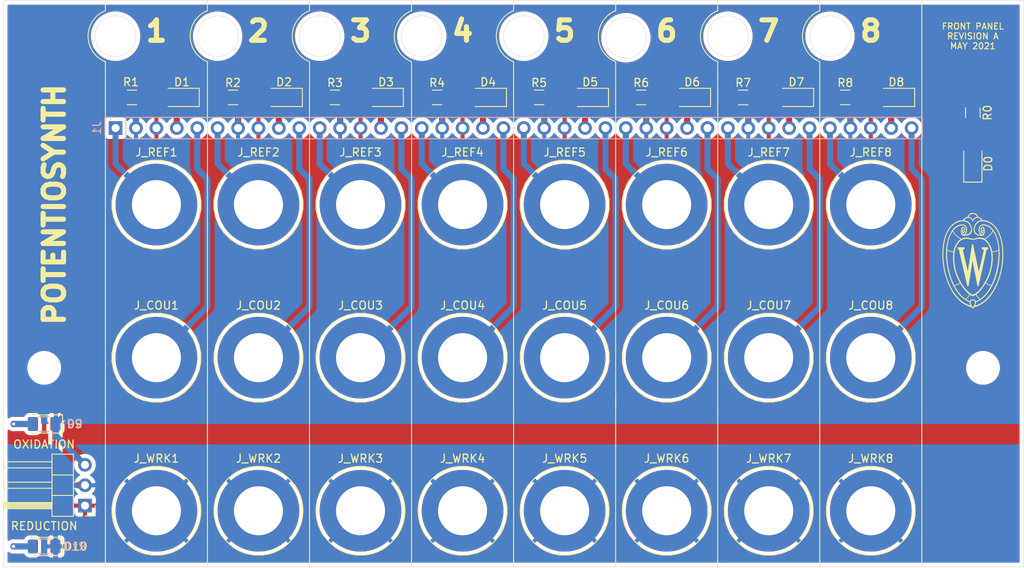
<source format=kicad_pcb>
(kicad_pcb (version 20171130) (host pcbnew 5.1.8+dfsg1-1+b1)
  (title_block (title "potentiosynth front panel") (date 2021-05-11) (rev A) (company "University of Wisconsin-Madison") (comment 1 "Wickens Group") (comment 2 "Department of Chemistry") (comment 3 "Blaise Thompson") (comment 4 blaise.thompson@wisc.edu))
  (layers (0 F.Cu signal) (31 B.Cu signal) (34 B.Paste user) (35 F.Paste user) (36 B.SilkS user) (37 F.SilkS user) (38 B.Mask user) (39 F.Mask user) (44 Edge.Cuts user))
  (net 0 "")
  (net 1 "Net-(D1-Pad2)")
  (net 2 "Net-(D1-Pad1)")
  (net 3 "Net-(D2-Pad2)")
  (net 4 "Net-(D2-Pad1)")
  (net 5 "Net-(D3-Pad2)")
  (net 6 "Net-(D3-Pad1)")
  (net 7 "Net-(D4-Pad2)")
  (net 8 "Net-(D4-Pad1)")
  (net 9 "Net-(D5-Pad2)")
  (net 10 "Net-(D5-Pad1)")
  (net 11 "Net-(D6-Pad2)")
  (net 12 "Net-(D6-Pad1)")
  (net 13 "Net-(D7-Pad2)")
  (net 14 "Net-(D7-Pad1)")
  (net 15 "Net-(D8-Pad2)")
  (net 16 "Net-(D8-Pad1)")
  (net 17 "Net-(J1-Pad40)")
  (net 18 GND)
  (net 19 +15V)
  (net 20 "Net-(J1-Pad36)")
  (net 21 "Net-(J1-Pad35)")
  (net 22 "Net-(J1-Pad31)")
  (net 23 "Net-(J1-Pad26)")
  (net 24 "Net-(J1-Pad25)")
  (net 25 "Net-(J1-Pad21)")
  (net 26 "Net-(J1-Pad20)")
  (net 27 "Net-(J1-Pad16)")
  (net 28 "Net-(J1-Pad15)")
  (net 29 "Net-(J1-Pad11)")
  (net 30 "Net-(J1-Pad10)")
  (net 31 "Net-(J1-Pad6)")
  (net 32 "Net-(J1-Pad5)")
  (net 33 "Net-(J1-Pad1)")
  (net 34 "Net-(D0-Pad2)")
  (net 35 "Net-(J1-Pad30)")
  (net 36 "Net-(D9-Pad2)")
  (net 37 "Net-(D10-Pad2)")
  (net 38 WORKING)
  (module Connector_PinHeader_2.54mm:PinHeader_1x03_P2.54mm_Horizontal (layer F.Cu) (at 60.96 123.19 180)
    (fp_text reference SW1 hide)
    (fp_text value SW_SPDT)
    (pad 3 thru_hole oval (at 0 5.08 180) (size 1.7 1.7) (drill 1) (layers *.Cu *.Mask) (net 19 +15V))
    (pad 2 thru_hole oval (at 0 2.54 180) (size 1.7 1.7) (drill 1) (layers *.Cu *.Mask) (net 38 WORKING))
    (pad 1 thru_hole rect (at 0 0 180) (size 1.7 1.7) (drill 1) (layers *.Cu *.Mask) (net 18 GND))
  )
  (module Resistor_SMD:R_1206_3216Metric (layer B.Cu) (at 55.88 128.27 180)
    (fp_text reference R10 (at -3.81 0) (layer B.SilkS) (effects (justify mirror)))
    (fp_text value 1k)
    (pad 2 smd roundrect (at 1.4625 0 180) (size 1.125 1.75) (layers B.Cu B.Paste B.Mask) (roundrect_rratio 0.2222204444444444) (net 37 "Net-(D10-Pad2)"))
    (pad 1 smd roundrect (at -1.4625 0 180) (size 1.125 1.75) (layers B.Cu B.Paste B.Mask) (roundrect_rratio 0.2222204444444444) (net 38 WORKING))
  )
  (module Resistor_SMD:R_1206_3216Metric (layer B.Cu) (at 55.88 113.03 180)
    (fp_text reference R9 (at -3.81 0) (layer B.SilkS) (effects (justify mirror)))
    (fp_text value 1k)
    (pad 2 smd roundrect (at 1.4625 0 180) (size 1.125 1.75) (layers B.Cu B.Paste B.Mask) (roundrect_rratio 0.2222204444444444) (net 36 "Net-(D9-Pad2)"))
    (pad 1 smd roundrect (at -1.4625 0 180) (size 1.125 1.75) (layers B.Cu B.Paste B.Mask) (roundrect_rratio 0.2222204444444444) (net 19 +15V))
  )
  (module Connector:Banana_Jack_1Pin (layer F.Cu) (at 158.75 123.825)
    (fp_text reference J_WRK8 (at 0 -6.5) (layer F.SilkS))
    (fp_text value Conn_01x01)
    (pad 1 thru_hole circle (at 0 0) (size 10.16 10.16) (drill 6.1) (layers *.Cu *.Mask) (net 38 WORKING))
  )
  (module Connector:Banana_Jack_1Pin (layer F.Cu) (at 146.05 123.825)
    (fp_text reference J_WRK7 (at 0 -6.5) (layer F.SilkS))
    (fp_text value Conn_01x01)
    (pad 1 thru_hole circle (at 0 0) (size 10.16 10.16) (drill 6.1) (layers *.Cu *.Mask) (net 38 WORKING))
  )
  (module Connector:Banana_Jack_1Pin (layer F.Cu) (at 133.35 123.825)
    (fp_text reference J_WRK6 (at 0 -6.5) (layer F.SilkS))
    (fp_text value Conn_01x01)
    (pad 1 thru_hole circle (at 0 0) (size 10.16 10.16) (drill 6.1) (layers *.Cu *.Mask) (net 38 WORKING))
  )
  (module Connector:Banana_Jack_1Pin (layer F.Cu) (at 120.65 123.825)
    (fp_text reference J_WRK5 (at 0 -6.5) (layer F.SilkS))
    (fp_text value Conn_01x01)
    (pad 1 thru_hole circle (at 0 0) (size 10.16 10.16) (drill 6.1) (layers *.Cu *.Mask) (net 38 WORKING))
  )
  (module Connector:Banana_Jack_1Pin (layer F.Cu) (at 107.95 123.825)
    (fp_text reference J_WRK4 (at 0 -6.5) (layer F.SilkS))
    (fp_text value Conn_01x01)
    (pad 1 thru_hole circle (at 0 0) (size 10.16 10.16) (drill 6.1) (layers *.Cu *.Mask) (net 38 WORKING))
  )
  (module Connector:Banana_Jack_1Pin (layer F.Cu) (at 95.25 123.825)
    (fp_text reference J_WRK3 (at 0 -6.5) (layer F.SilkS))
    (fp_text value Conn_01x01)
    (pad 1 thru_hole circle (at 0 0) (size 10.16 10.16) (drill 6.1) (layers *.Cu *.Mask) (net 38 WORKING))
  )
  (module Connector:Banana_Jack_1Pin (layer F.Cu) (at 82.55 123.825)
    (fp_text reference J_WRK2 (at 0 -6.5) (layer F.SilkS))
    (fp_text value Conn_01x01)
    (pad 1 thru_hole circle (at 0 0) (size 10.16 10.16) (drill 6.1) (layers *.Cu *.Mask) (net 38 WORKING))
  )
  (module Connector:Banana_Jack_1Pin (layer F.Cu) (at 69.85 123.825)
    (fp_text reference J_WRK1 (at 0 -6.5) (layer F.SilkS))
    (fp_text value Conn_01x01)
    (pad 1 thru_hole circle (at 0 0) (size 10.16 10.16) (drill 6.1) (layers *.Cu *.Mask) (net 38 WORKING))
  )
  (module Diode_SMD:D_1206_3216Metric (layer F.Cu) (at 55.88 128.27 180)
    (fp_text reference D10 (at -3.94 0) (layer F.SilkS))
    (fp_text value LED)
    (pad 2 smd roundrect (at 1.4 0 180) (size 1.25 1.75) (layers F.Cu F.Paste F.Mask) (roundrect_rratio 0.2) (net 37 "Net-(D10-Pad2)"))
    (pad 1 smd roundrect (at -1.4 0 180) (size 1.25 1.75) (layers F.Cu F.Paste F.Mask) (roundrect_rratio 0.2) (net 18 GND))
  )
  (module Diode_SMD:D_1206_3216Metric (layer F.Cu) (at 55.88 113.03 180)
    (fp_text reference D9 (at -3.81 0) (layer F.SilkS))
    (fp_text value LED)
    (pad 2 smd roundrect (at 1.4 0 180) (size 1.25 1.75) (layers F.Cu F.Paste F.Mask) (roundrect_rratio 0.2) (net 36 "Net-(D9-Pad2)"))
    (pad 1 smd roundrect (at -1.4 0 180) (size 1.25 1.75) (layers F.Cu F.Paste F.Mask) (roundrect_rratio 0.2) (net 38 WORKING))
  )
  (module MountingHole:MountingHole_3.2mm_M3 (layer F.Cu) (at 172.72 106.045)
    (fp_text reference REF** hide)
    (fp_text value MountingHole_3.2mm_M3 hide)
    (pad 1 np_thru_hole circle (at 0 0) (size 3.2 3.2) (drill 3.2) (layers *.Cu *.Mask))
  )
  (module MountingHole:MountingHole_3.2mm_M3 (layer F.Cu) (at 55.88 106.045)
    (fp_text reference REF** hide)
    (fp_text value MountingHole_3.2mm_M3 hide)
    (pad 1 np_thru_hole circle (at 0 0) (size 3.2 3.2) (drill 3.2) (layers *.Cu *.Mask))
  )
  (module Connector:Banana_Jack_1Pin (layer F.Cu) (at 133.35 104.775)
    (fp_text reference J_COU6 (at 0 -6.5) (layer F.SilkS))
    (fp_text value Conn_01x01)
    (pad 1 thru_hole circle (at 0 0) (size 10.16 10.16) (drill 6.1) (layers *.Cu *.Mask) (net 35 "Net-(J1-Pad30)"))
  )
  (module footprints:logo (layer F.Cu) (at 171.45 92.71)
    (fp_text reference G*** hide)
    (fp_text value LOGO hide)
  )
  (module Resistor_SMD:R_1206_3216Metric (layer F.Cu) (at 171.45 74.295 270)
    (fp_text reference R0 (at 0 -1.82 90) (layer F.SilkS))
    (fp_text value 1k)
    (pad 2 smd roundrect (at 1.4 0 270) (size 1.25 1.75) (layers F.Cu F.Paste F.Mask) (roundrect_rratio 0.2) (net 34 "Net-(D0-Pad2)"))
    (pad 1 smd roundrect (at -1.4 0 270) (size 1.25 1.75) (layers F.Cu F.Paste F.Mask) (roundrect_rratio 0.2) (net 19 +15V))
  )
  (module Diode_SMD:D_1206_3216Metric (layer F.Cu) (at 171.45 80.645 90)
    (fp_text reference D0 (at 0 1.905 90) (layer F.SilkS))
    (fp_text value LED)
    (pad 2 smd roundrect (at 1.4 0 90) (size 1.25 1.75) (layers F.Cu F.Paste F.Mask) (roundrect_rratio 0.2) (net 34 "Net-(D0-Pad2)"))
    (pad 1 smd roundrect (at -1.4 0 90) (size 1.25 1.75) (layers F.Cu F.Paste F.Mask) (roundrect_rratio 0.2) (net 18 GND))
  )
  (module Connector:Banana_Jack_1Pin (layer F.Cu) (at 158.75 85.725)
    (fp_text reference J_REF8 (at 0 -6.5) (layer F.SilkS))
    (fp_text value Conn_01x01)
    (pad 1 thru_hole circle (at 0 0) (size 10.16 10.16) (drill 6.1) (layers *.Cu *.Mask) (net 20 "Net-(J1-Pad36)"))
  )
  (module Connector:Banana_Jack_1Pin (layer F.Cu) (at 133.35 85.725)
    (fp_text reference J_REF6 (at 0 -6.5) (layer F.SilkS))
    (fp_text value Conn_01x01)
    (pad 1 thru_hole circle (at 0 0) (size 10.16 10.16) (drill 6.1) (layers *.Cu *.Mask) (net 23 "Net-(J1-Pad26)"))
  )
  (module Connector:Banana_Jack_1Pin (layer F.Cu) (at 107.95 85.725)
    (fp_text reference J_REF4 (at 0 -6.5) (layer F.SilkS))
    (fp_text value Conn_01x01)
    (pad 1 thru_hole circle (at 0 0) (size 10.16 10.16) (drill 6.1) (layers *.Cu *.Mask) (net 27 "Net-(J1-Pad16)"))
  )
  (module Connector:Banana_Jack_1Pin (layer F.Cu) (at 82.55 85.725)
    (fp_text reference J_REF2 (at 0 -6.5) (layer F.SilkS))
    (fp_text value Conn_01x01)
    (pad 1 thru_hole circle (at 0 0) (size 10.16 10.16) (drill 6.1) (layers *.Cu *.Mask) (net 31 "Net-(J1-Pad6)"))
  )
  (module Connector:Banana_Jack_1Pin (layer F.Cu) (at 146.05 85.725)
    (fp_text reference J_REF7 (at 0 -6.5) (layer F.SilkS))
    (fp_text value Conn_01x01)
    (pad 1 thru_hole circle (at 0 0) (size 10.16 10.16) (drill 6.1) (layers *.Cu *.Mask) (net 22 "Net-(J1-Pad31)"))
  )
  (module Connector:Banana_Jack_1Pin (layer F.Cu) (at 120.65 85.725)
    (fp_text reference J_REF5 (at 0 -6.5) (layer F.SilkS))
    (fp_text value Conn_01x01)
    (pad 1 thru_hole circle (at 0 0) (size 10.16 10.16) (drill 6.1) (layers *.Cu *.Mask) (net 25 "Net-(J1-Pad21)"))
  )
  (module Connector:Banana_Jack_1Pin (layer F.Cu) (at 95.25 85.725)
    (fp_text reference J_REF3 (at 0 -6.5) (layer F.SilkS))
    (fp_text value Conn_01x01)
    (pad 1 thru_hole circle (at 0 0) (size 10.16 10.16) (drill 6.1) (layers *.Cu *.Mask) (net 29 "Net-(J1-Pad11)"))
  )
  (module Connector:Banana_Jack_1Pin (layer F.Cu) (at 69.85 85.725)
    (fp_text reference J_REF1 (at 0 -6.5) (layer F.SilkS))
    (fp_text value Conn_01x01)
    (pad 1 thru_hole circle (at 0 0) (size 10.16 10.16) (drill 6.1) (layers *.Cu *.Mask) (net 33 "Net-(J1-Pad1)"))
  )
  (module Connector:Banana_Jack_1Pin (layer F.Cu) (at 158.75 104.775)
    (fp_text reference J_COU8 (at 0 -6.5) (layer F.SilkS))
    (fp_text value Conn_01x01)
    (pad 1 thru_hole circle (at 0 0) (size 10.16 10.16) (drill 6.1) (layers *.Cu *.Mask) (net 17 "Net-(J1-Pad40)"))
  )
  (module Connector:Banana_Jack_1Pin (layer F.Cu) (at 107.95 104.775)
    (fp_text reference J_COU4 (at 0 -6.5) (layer F.SilkS))
    (fp_text value Conn_01x01)
    (pad 1 thru_hole circle (at 0 0) (size 10.16 10.16) (drill 6.1) (layers *.Cu *.Mask) (net 26 "Net-(J1-Pad20)"))
  )
  (module Connector:Banana_Jack_1Pin (layer F.Cu) (at 82.55 104.775)
    (fp_text reference J_COU2 (at 0 -6.5) (layer F.SilkS))
    (fp_text value Conn_01x01)
    (pad 1 thru_hole circle (at 0 0) (size 10.16 10.16) (drill 6.1) (layers *.Cu *.Mask) (net 30 "Net-(J1-Pad10)"))
  )
  (module Connector:Banana_Jack_1Pin (layer F.Cu) (at 146.05 104.775)
    (fp_text reference J_COU7 (at 0 -6.5) (layer F.SilkS))
    (fp_text value Conn_01x01)
    (pad 1 thru_hole circle (at 0 0) (size 10.16 10.16) (drill 6.1) (layers *.Cu *.Mask) (net 21 "Net-(J1-Pad35)"))
  )
  (module Connector:Banana_Jack_1Pin (layer F.Cu) (at 120.65 104.775)
    (fp_text reference J_COU5 (at 0 -6.5) (layer F.SilkS))
    (fp_text value Conn_01x01)
    (pad 1 thru_hole circle (at 0 0) (size 10.16 10.16) (drill 6.1) (layers *.Cu *.Mask) (net 24 "Net-(J1-Pad25)"))
  )
  (module Connector:Banana_Jack_1Pin (layer F.Cu) (at 95.25 104.775)
    (fp_text reference J_COU3 (at 0 -6.5) (layer F.SilkS))
    (fp_text value Conn_01x01)
    (pad 1 thru_hole circle (at 0 0) (size 10.16 10.16) (drill 6.1) (layers *.Cu *.Mask) (net 28 "Net-(J1-Pad15)"))
  )
  (module Connector:Banana_Jack_1Pin (layer F.Cu) (at 69.85 104.775)
    (fp_text reference J_COU1 (at 0 -6.5) (layer F.SilkS))
    (fp_text value Conn_01x01)
    (pad 1 thru_hole circle (at 0 0) (size 10.16 10.16) (drill 6.100001) (layers *.Cu *.Mask) (net 32 "Net-(J1-Pad5)"))
  )
  (module Resistor_SMD:R_1206_3216Metric (layer F.Cu) (at 155.575 72.39)
    (fp_text reference R8 (at 0 -1.82) (layer F.SilkS))
    (fp_text value 1k)
    (pad 2 smd roundrect (at 1.4 0) (size 1.25 1.75) (layers F.Cu F.Paste F.Mask) (roundrect_rratio 0.2) (net 15 "Net-(D8-Pad2)"))
    (pad 1 smd roundrect (at -1.4 0) (size 1.25 1.75) (layers F.Cu F.Paste F.Mask) (roundrect_rratio 0.2) (net 19 +15V))
  )
  (module Resistor_SMD:R_1206_3216Metric (layer F.Cu) (at 130.175 72.39)
    (fp_text reference R6 (at 0 -1.82) (layer F.SilkS))
    (fp_text value 1k)
    (pad 2 smd roundrect (at 1.4 0) (size 1.25 1.75) (layers F.Cu F.Paste F.Mask) (roundrect_rratio 0.2) (net 11 "Net-(D6-Pad2)"))
    (pad 1 smd roundrect (at -1.4 0) (size 1.25 1.75) (layers F.Cu F.Paste F.Mask) (roundrect_rratio 0.2) (net 19 +15V))
  )
  (module Resistor_SMD:R_1206_3216Metric (layer F.Cu) (at 104.775 72.39)
    (fp_text reference R4 (at 0 -1.82) (layer F.SilkS))
    (fp_text value 1k)
    (pad 2 smd roundrect (at 1.4 0) (size 1.25 1.75) (layers F.Cu F.Paste F.Mask) (roundrect_rratio 0.2) (net 7 "Net-(D4-Pad2)"))
    (pad 1 smd roundrect (at -1.4 0) (size 1.25 1.75) (layers F.Cu F.Paste F.Mask) (roundrect_rratio 0.2) (net 19 +15V))
  )
  (module Resistor_SMD:R_1206_3216Metric (layer F.Cu) (at 79.375 72.39)
    (fp_text reference R2 (at 0 -1.82) (layer F.SilkS))
    (fp_text value 1k)
    (pad 2 smd roundrect (at 1.4 0) (size 1.25 1.75) (layers F.Cu F.Paste F.Mask) (roundrect_rratio 0.2) (net 3 "Net-(D2-Pad2)"))
    (pad 1 smd roundrect (at -1.4 0) (size 1.25 1.75) (layers F.Cu F.Paste F.Mask) (roundrect_rratio 0.2) (net 19 +15V))
  )
  (module Resistor_SMD:R_1206_3216Metric (layer F.Cu) (at 142.875 72.39)
    (fp_text reference R7 (at 0 -1.82) (layer F.SilkS))
    (fp_text value 1k)
    (pad 2 smd roundrect (at 1.4 0) (size 1.25 1.75) (layers F.Cu F.Paste F.Mask) (roundrect_rratio 0.2) (net 13 "Net-(D7-Pad2)"))
    (pad 1 smd roundrect (at -1.4 0) (size 1.25 1.75) (layers F.Cu F.Paste F.Mask) (roundrect_rratio 0.2) (net 19 +15V))
  )
  (module Resistor_SMD:R_1206_3216Metric (layer F.Cu) (at 117.475 72.39)
    (fp_text reference R5 (at 0 -1.82) (layer F.SilkS))
    (fp_text value 1k)
    (pad 2 smd roundrect (at 1.4 0) (size 1.25 1.75) (layers F.Cu F.Paste F.Mask) (roundrect_rratio 0.2) (net 9 "Net-(D5-Pad2)"))
    (pad 1 smd roundrect (at -1.4 0) (size 1.25 1.75) (layers F.Cu F.Paste F.Mask) (roundrect_rratio 0.2) (net 19 +15V))
  )
  (module Resistor_SMD:R_1206_3216Metric (layer F.Cu) (at 92.075 72.39)
    (fp_text reference R3 (at 0 -1.82) (layer F.SilkS))
    (fp_text value 1k)
    (pad 2 smd roundrect (at 1.4 0) (size 1.25 1.75) (layers F.Cu F.Paste F.Mask) (roundrect_rratio 0.2) (net 5 "Net-(D3-Pad2)"))
    (pad 1 smd roundrect (at -1.4 0) (size 1.25 1.75) (layers F.Cu F.Paste F.Mask) (roundrect_rratio 0.2) (net 19 +15V))
  )
  (module Resistor_SMD:R_1206_3216Metric (layer F.Cu) (at 66.805 72.39)
    (fp_text reference R1 (at -0.13 -1.905) (layer F.SilkS))
    (fp_text value 1k)
    (pad 2 smd roundrect (at 1.4 0) (size 1.25 1.75) (layers F.Cu F.Paste F.Mask) (roundrect_rratio 0.2) (net 1 "Net-(D1-Pad2)"))
    (pad 1 smd roundrect (at -1.4 0) (size 1.25 1.75) (layers F.Cu F.Paste F.Mask) (roundrect_rratio 0.2) (net 19 +15V))
  )
  (module Connector_PinHeader_2.54mm:PinHeader_1x40_P2.54mm_Vertical (layer B.Cu) (at 64.77 76.2 270)
    (fp_text reference J1 (at 0 2.33 270) (layer B.SilkS) (effects (justify mirror)))
    (fp_text value Conn_01x40)
    (pad 40 thru_hole oval (at 0 -99.06 270) (size 1.7 1.7) (drill 1) (layers *.Cu *.Mask) (net 17 "Net-(J1-Pad40)"))
    (pad 39 thru_hole oval (at 0 -96.52 270) (size 1.7 1.7) (drill 1) (layers *.Cu *.Mask) (net 16 "Net-(D8-Pad1)"))
    (pad 38 thru_hole oval (at 0 -93.98 270) (size 1.7 1.7) (drill 1) (layers *.Cu *.Mask) (net 18 GND))
    (pad 37 thru_hole oval (at 0 -91.44 270) (size 1.7 1.7) (drill 1) (layers *.Cu *.Mask) (net 19 +15V))
    (pad 36 thru_hole oval (at 0 -88.9 270) (size 1.7 1.7) (drill 1) (layers *.Cu *.Mask) (net 20 "Net-(J1-Pad36)"))
    (pad 35 thru_hole oval (at 0 -86.36 270) (size 1.7 1.7) (drill 1) (layers *.Cu *.Mask) (net 21 "Net-(J1-Pad35)"))
    (pad 34 thru_hole oval (at 0 -83.82 270) (size 1.7 1.7) (drill 1) (layers *.Cu *.Mask) (net 14 "Net-(D7-Pad1)"))
    (pad 33 thru_hole oval (at 0 -81.28 270) (size 1.7 1.7) (drill 1) (layers *.Cu *.Mask) (net 18 GND))
    (pad 32 thru_hole oval (at 0 -78.74 270) (size 1.7 1.7) (drill 1) (layers *.Cu *.Mask) (net 19 +15V))
    (pad 31 thru_hole oval (at 0 -76.2 270) (size 1.7 1.7) (drill 1) (layers *.Cu *.Mask) (net 22 "Net-(J1-Pad31)"))
    (pad 30 thru_hole oval (at 0 -73.66 270) (size 1.7 1.7) (drill 1) (layers *.Cu *.Mask) (net 35 "Net-(J1-Pad30)"))
    (pad 29 thru_hole oval (at 0 -71.12 270) (size 1.7 1.7) (drill 1) (layers *.Cu *.Mask) (net 12 "Net-(D6-Pad1)"))
    (pad 28 thru_hole oval (at 0 -68.58 270) (size 1.7 1.7) (drill 1) (layers *.Cu *.Mask) (net 18 GND))
    (pad 27 thru_hole oval (at 0 -66.04 270) (size 1.7 1.7) (drill 1) (layers *.Cu *.Mask) (net 19 +15V))
    (pad 26 thru_hole oval (at 0 -63.5 270) (size 1.7 1.7) (drill 1) (layers *.Cu *.Mask) (net 23 "Net-(J1-Pad26)"))
    (pad 25 thru_hole oval (at 0 -60.96 270) (size 1.7 1.7) (drill 1) (layers *.Cu *.Mask) (net 24 "Net-(J1-Pad25)"))
    (pad 24 thru_hole oval (at 0 -58.42 270) (size 1.7 1.7) (drill 1) (layers *.Cu *.Mask) (net 10 "Net-(D5-Pad1)"))
    (pad 23 thru_hole oval (at 0 -55.88 270) (size 1.7 1.7) (drill 1) (layers *.Cu *.Mask) (net 18 GND))
    (pad 22 thru_hole oval (at 0 -53.34 270) (size 1.7 1.7) (drill 1) (layers *.Cu *.Mask) (net 19 +15V))
    (pad 21 thru_hole oval (at 0 -50.8 270) (size 1.7 1.7) (drill 1) (layers *.Cu *.Mask) (net 25 "Net-(J1-Pad21)"))
    (pad 20 thru_hole oval (at 0 -48.26 270) (size 1.7 1.7) (drill 1) (layers *.Cu *.Mask) (net 26 "Net-(J1-Pad20)"))
    (pad 19 thru_hole oval (at 0 -45.72 270) (size 1.7 1.7) (drill 1) (layers *.Cu *.Mask) (net 8 "Net-(D4-Pad1)"))
    (pad 18 thru_hole oval (at 0 -43.18 270) (size 1.7 1.7) (drill 1) (layers *.Cu *.Mask) (net 18 GND))
    (pad 17 thru_hole oval (at 0 -40.64 270) (size 1.7 1.7) (drill 1) (layers *.Cu *.Mask) (net 19 +15V))
    (pad 16 thru_hole oval (at 0 -38.1 270) (size 1.7 1.7) (drill 1) (layers *.Cu *.Mask) (net 27 "Net-(J1-Pad16)"))
    (pad 15 thru_hole oval (at 0 -35.56 270) (size 1.7 1.7) (drill 1) (layers *.Cu *.Mask) (net 28 "Net-(J1-Pad15)"))
    (pad 14 thru_hole oval (at 0 -33.02 270) (size 1.7 1.7) (drill 1) (layers *.Cu *.Mask) (net 6 "Net-(D3-Pad1)"))
    (pad 13 thru_hole oval (at 0 -30.48 270) (size 1.7 1.7) (drill 1) (layers *.Cu *.Mask) (net 18 GND))
    (pad 12 thru_hole oval (at 0 -27.94 270) (size 1.7 1.7) (drill 1) (layers *.Cu *.Mask) (net 19 +15V))
    (pad 11 thru_hole oval (at 0 -25.4 270) (size 1.7 1.7) (drill 1) (layers *.Cu *.Mask) (net 29 "Net-(J1-Pad11)"))
    (pad 10 thru_hole oval (at 0 -22.86 270) (size 1.7 1.7) (drill 1) (layers *.Cu *.Mask) (net 30 "Net-(J1-Pad10)"))
    (pad 9 thru_hole oval (at 0 -20.32 270) (size 1.7 1.7) (drill 1) (layers *.Cu *.Mask) (net 4 "Net-(D2-Pad1)"))
    (pad 8 thru_hole oval (at 0 -17.78 270) (size 1.7 1.7) (drill 1) (layers *.Cu *.Mask) (net 18 GND))
    (pad 7 thru_hole oval (at 0 -15.24 270) (size 1.7 1.7) (drill 1) (layers *.Cu *.Mask) (net 19 +15V))
    (pad 6 thru_hole oval (at 0 -12.7 270) (size 1.7 1.7) (drill 1) (layers *.Cu *.Mask) (net 31 "Net-(J1-Pad6)"))
    (pad 5 thru_hole oval (at 0 -10.16 270) (size 1.7 1.7) (drill 1) (layers *.Cu *.Mask) (net 32 "Net-(J1-Pad5)"))
    (pad 4 thru_hole oval (at 0 -7.62 270) (size 1.7 1.7) (drill 1) (layers *.Cu *.Mask) (net 2 "Net-(D1-Pad1)"))
    (pad 3 thru_hole oval (at 0 -5.08 270) (size 1.7 1.7) (drill 1) (layers *.Cu *.Mask) (net 18 GND))
    (pad 2 thru_hole oval (at 0 -2.54 270) (size 1.7 1.7) (drill 1) (layers *.Cu *.Mask) (net 19 +15V))
    (pad 1 thru_hole rect (at 0 0 270) (size 1.7 1.7) (drill 1) (layers *.Cu *.Mask) (net 33 "Net-(J1-Pad1)"))
  )
  (module Diode_SMD:D_1206_3216Metric (layer F.Cu) (at 161.925 72.39 180)
    (fp_text reference D8 (at 0 1.905) (layer F.SilkS))
    (fp_text value LED)
    (pad 2 smd roundrect (at 1.4 0 180) (size 1.25 1.75) (layers F.Cu F.Paste F.Mask) (roundrect_rratio 0.2) (net 15 "Net-(D8-Pad2)"))
    (pad 1 smd roundrect (at -1.4 0 180) (size 1.25 1.75) (layers F.Cu F.Paste F.Mask) (roundrect_rratio 0.2) (net 16 "Net-(D8-Pad1)"))
  )
  (module Diode_SMD:D_1206_3216Metric (layer F.Cu) (at 136.525 72.39 180)
    (fp_text reference D6 (at 0 1.905) (layer F.SilkS))
    (fp_text value LED)
    (pad 2 smd roundrect (at 1.4 0 180) (size 1.25 1.75) (layers F.Cu F.Paste F.Mask) (roundrect_rratio 0.2) (net 11 "Net-(D6-Pad2)"))
    (pad 1 smd roundrect (at -1.4 0 180) (size 1.25 1.75) (layers F.Cu F.Paste F.Mask) (roundrect_rratio 0.2) (net 12 "Net-(D6-Pad1)"))
  )
  (module Diode_SMD:D_1206_3216Metric (layer F.Cu) (at 111.125 72.39 180)
    (fp_text reference D4 (at 0 1.905) (layer F.SilkS))
    (fp_text value LED)
    (pad 2 smd roundrect (at 1.4 0 180) (size 1.25 1.75) (layers F.Cu F.Paste F.Mask) (roundrect_rratio 0.2) (net 7 "Net-(D4-Pad2)"))
    (pad 1 smd roundrect (at -1.4 0 180) (size 1.25 1.75) (layers F.Cu F.Paste F.Mask) (roundrect_rratio 0.2) (net 8 "Net-(D4-Pad1)"))
  )
  (module Diode_SMD:D_1206_3216Metric (layer F.Cu) (at 85.725 72.39 180)
    (fp_text reference D2 (at 0 1.905) (layer F.SilkS))
    (fp_text value LED)
    (pad 2 smd roundrect (at 1.4 0 180) (size 1.25 1.75) (layers F.Cu F.Paste F.Mask) (roundrect_rratio 0.2) (net 3 "Net-(D2-Pad2)"))
    (pad 1 smd roundrect (at -1.4 0 180) (size 1.25 1.75) (layers F.Cu F.Paste F.Mask) (roundrect_rratio 0.2) (net 4 "Net-(D2-Pad1)"))
  )
  (module Diode_SMD:D_1206_3216Metric (layer F.Cu) (at 149.355 72.39 180)
    (fp_text reference D7 (at -0.13 1.905) (layer F.SilkS))
    (fp_text value LED)
    (pad 2 smd roundrect (at 1.4 0 180) (size 1.25 1.75) (layers F.Cu F.Paste F.Mask) (roundrect_rratio 0.2) (net 13 "Net-(D7-Pad2)"))
    (pad 1 smd roundrect (at -1.4 0 180) (size 1.25 1.75) (layers F.Cu F.Paste F.Mask) (roundrect_rratio 0.2) (net 14 "Net-(D7-Pad1)"))
  )
  (module Diode_SMD:D_1206_3216Metric (layer F.Cu) (at 123.825 72.39 180)
    (fp_text reference D5 (at 0 1.905) (layer F.SilkS))
    (fp_text value LED)
    (pad 2 smd roundrect (at 1.4 0 180) (size 1.25 1.75) (layers F.Cu F.Paste F.Mask) (roundrect_rratio 0.2) (net 9 "Net-(D5-Pad2)"))
    (pad 1 smd roundrect (at -1.4 0 180) (size 1.25 1.75) (layers F.Cu F.Paste F.Mask) (roundrect_rratio 0.2) (net 10 "Net-(D5-Pad1)"))
  )
  (module Diode_SMD:D_1206_3216Metric (layer F.Cu) (at 98.295 72.39 180)
    (fp_text reference D3 (at -0.13 1.905) (layer F.SilkS))
    (fp_text value LED)
    (pad 2 smd roundrect (at 1.4 0 180) (size 1.25 1.75) (layers F.Cu F.Paste F.Mask) (roundrect_rratio 0.2) (net 5 "Net-(D3-Pad2)"))
    (pad 1 smd roundrect (at -1.4 0 180) (size 1.25 1.75) (layers F.Cu F.Paste F.Mask) (roundrect_rratio 0.2) (net 6 "Net-(D3-Pad1)"))
  )
  (module Diode_SMD:D_1206_3216Metric (layer F.Cu) (at 72.895 72.39 180)
    (fp_text reference D1 (at -0.13 1.905) (layer F.SilkS))
    (fp_text value LED)
    (pad 2 smd roundrect (at 1.4 0 180) (size 1.25 1.75) (layers F.Cu F.Paste F.Mask) (roundrect_rratio 0.2) (net 1 "Net-(D1-Pad2)"))
    (pad 1 smd roundrect (at -1.4 0 180) (size 1.25 1.75) (layers F.Cu F.Paste F.Mask) (roundrect_rratio 0.2) (net 2 "Net-(D1-Pad1)"))
  )
  (gr_text OXIDATION (at 55.88 115.57) (layer F.SilkS) (effects (font (size 1 1))))
  (gr_text REDUCTION (at 55.88 125.73) (layer F.SilkS) (effects (font (size 1 1))))
  (gr_line (start 63.5 111.125) (end 63.5 130.81) (layer F.SilkS) (width 0.12))
  (gr_line (start 76.2 111.125) (end 76.2 130.81) (layer F.SilkS) (width 0.12))
  (gr_line (start 88.9 111.125) (end 88.9 130.81) (layer F.SilkS) (width 0.12))
  (gr_line (start 114.3 111.125) (end 114.3 130.81) (layer F.SilkS) (width 0.12))
  (gr_line (start 101.6 111.125) (end 101.6 130.81) (layer F.SilkS) (width 0.12))
  (gr_line (start 127 130.81) (end 127 109.855) (layer F.SilkS) (width 0.12))
  (gr_line (start 139.7 111.125) (end 139.7 130.81) (layer F.SilkS) (width 0.12))
  (gr_line (start 152.4 111.125) (end 152.4 130.81) (layer F.SilkS) (width 0.12))
  (gr_line (start 165.1 111.125) (end 165.1 130.81) (layer F.SilkS) (width 0.12))
  (gr_line (start 177.8 60.325) (end 177.8 130.81) (layer Edge.Cuts) (width 0.05))
  (gr_line (start 50.8 60.325) (end 50.8 130.81) (layer Edge.Cuts) (width 0.05))
  (gr_line (start 50.8 130.81) (end 177.8 130.81) (layer Edge.Cuts) (width 0.05))
  (gr_line (start 63.500001 61.595001) (end 63.500001 60.325001) (layer F.SilkS) (width 0.12))
  (gr_line (start 63.500001 69.595999) (end 63.500001 67.945001) (layer F.SilkS) (width 0.12))
  (gr_line (start 76.200001 61.595001) (end 76.200001 60.325001) (layer F.SilkS) (width 0.12))
  (gr_line (start 76.200001 69.595999) (end 76.200001 67.945001) (layer F.SilkS) (width 0.12))
  (gr_line (start 88.900001 61.595001) (end 88.900001 60.325001) (layer F.SilkS) (width 0.12))
  (gr_line (start 88.900001 69.595999) (end 88.9 67.944999) (layer F.SilkS) (width 0.12))
  (gr_line (start 101.600001 61.595001) (end 101.6 60.325) (layer F.SilkS) (width 0.12))
  (gr_line (start 101.6 67.945) (end 101.600001 69.595999) (layer F.SilkS) (width 0.12))
  (gr_line (start 114.3 61.595) (end 114.3 60.325) (layer F.SilkS) (width 0.12))
  (gr_line (start 114.300001 69.595999) (end 114.3 67.944999) (layer F.SilkS) (width 0.12))
  (gr_line (start 127 61.595) (end 127 60.325) (layer F.SilkS) (width 0.12))
  (gr_line (start 127 67.944999) (end 127.000001 69.595999) (layer F.SilkS) (width 0.12))
  (gr_line (start 139.7 67.944999) (end 139.700001 69.595999) (layer F.SilkS) (width 0.12))
  (gr_line (start 139.700001 61.595001) (end 139.7 60.325) (layer F.SilkS) (width 0.12))
  (gr_line (start 152.400001 61.595001) (end 152.4 60.325) (layer F.SilkS) (width 0.12))
  (gr_line (start 152.400001 69.595999) (end 152.4 67.945) (layer F.SilkS) (width 0.12))
  (gr_arc (start 153.67 64.77) (end 152.400001 61.595001) (angle -136.397181) (layer F.SilkS) (width 0.12))
  (gr_arc (start 140.97 64.77) (end 139.700001 61.595001) (angle -136.397181) (layer F.SilkS) (width 0.12))
  (gr_arc (start 128.27 64.77) (end 127.000001 61.595001) (angle -136.397181) (layer F.SilkS) (width 0.12))
  (gr_arc (start 115.57 64.77) (end 114.300001 61.595001) (angle -136.397181) (layer F.SilkS) (width 0.12))
  (gr_arc (start 102.87 64.77) (end 101.600001 61.595001) (angle -136.397181) (layer F.SilkS) (width 0.12))
  (gr_arc (start 90.17 64.77) (end 88.900001 61.595001) (angle -136.397181) (layer F.SilkS) (width 0.12))
  (gr_circle (center 90.17 64.77) (end 92.71 64.77) (layer Edge.Cuts) (width 0.05))
  (gr_arc (start 77.47 64.77) (end 76.200001 61.595001) (angle -136.397181) (layer F.SilkS) (width 0.12))
  (gr_arc (start 64.77 64.77) (end 63.500001 61.595001) (angle -136.397181) (layer F.SilkS) (width 0.12))
  (gr_text "FRONT PANEL\nREVISION A\nMAY 2021" (at 171.45 64.77) (layer F.SilkS) (effects (font (size 0.762 0.762) (thickness 0.127))))
  (gr_text POTENTIOSYNTH (at 57.15 85.725 90) (layer F.SilkS) (effects (font (size 2.54 2.54) (thickness 0.635))))
  (gr_line (start 165.1 60.325) (end 165.1 111.125) (layer F.SilkS) (width 0.12))
  (gr_line (start 152.400001 69.595999) (end 152.4 111.125) (layer F.SilkS) (width 0.12))
  (gr_line (start 139.700001 69.595999) (end 139.7 111.125) (layer F.SilkS) (width 0.12))
  (gr_line (start 127.000001 69.595999) (end 127 111.125) (layer F.SilkS) (width 0.12))
  (gr_line (start 114.300001 69.595999) (end 114.3 111.125) (layer F.SilkS) (width 0.12))
  (gr_line (start 101.600001 69.595999) (end 101.6 111.125) (layer F.SilkS) (width 0.12))
  (gr_line (start 88.900001 69.595999) (end 88.9 111.125) (layer F.SilkS) (width 0.12))
  (gr_line (start 76.200001 69.595999) (end 76.2 111.125) (layer F.SilkS) (width 0.12))
  (gr_line (start 63.500001 69.595999) (end 63.5 111.125) (layer F.SilkS) (width 0.12))
  (gr_text 8 (at 158.75 64.135) (layer F.SilkS) (effects (font (size 2.54 2.54) (thickness 0.635))))
  (gr_text 7 (at 146.05 64.135) (layer F.SilkS) (effects (font (size 2.54 2.54) (thickness 0.635))))
  (gr_text 6 (at 133.35 64.135) (layer F.SilkS) (effects (font (size 2.54 2.54) (thickness 0.635))))
  (gr_text 5 (at 120.65 64.135) (layer F.SilkS) (effects (font (size 2.54 2.54) (thickness 0.635))))
  (gr_text 4 (at 107.95 64.135) (layer F.SilkS) (effects (font (size 2.54 2.54) (thickness 0.635))))
  (gr_text 3 (at 95.25 64.135) (layer F.SilkS) (effects (font (size 2.54 2.54) (thickness 0.635))))
  (gr_text 2 (at 82.55 64.135) (layer F.SilkS) (effects (font (size 2.54 2.54) (thickness 0.635))))
  (gr_text 1 (at 69.85 64.135) (layer F.SilkS) (effects (font (size 2.54 2.54) (thickness 0.635))))
  (gr_circle (center 153.67 64.77) (end 156.21 64.77) (layer Edge.Cuts) (width 0.05))
  (gr_circle (center 140.97 64.77) (end 143.51 64.77) (layer Edge.Cuts) (width 0.05))
  (gr_circle (center 128.27 64.9605) (end 130.81 64.9605) (layer Edge.Cuts) (width 0.05))
  (gr_circle (center 115.57 64.77) (end 118.11 64.77) (layer Edge.Cuts) (width 0.05))
  (gr_circle (center 102.87 64.77) (end 105.41 64.77) (layer Edge.Cuts) (width 0.05))
  (gr_circle (center 77.47 64.77) (end 80.01 64.77) (layer Edge.Cuts) (width 0.05))
  (gr_circle (center 64.77 64.77) (end 67.31 64.77) (layer Edge.Cuts) (width 0.05))
  (gr_line (start 177.8 60.325) (end 50.8 60.325) (layer Edge.Cuts) (width 0.05))
  (segment (start 68.205 72.39) (end 71.495 72.39) (width 0.762) (layer F.Cu) (net 1))
  (segment (start 72.39 74.295) (end 74.295 72.39) (width 0.762) (layer F.Cu) (net 2))
  (segment (start 72.39 76.2) (end 72.39 74.295) (width 0.762) (layer F.Cu) (net 2))
  (segment (start 80.775 72.39) (end 84.325 72.39) (width 0.762) (layer F.Cu) (net 3))
  (segment (start 85.09 74.425) (end 87.125 72.39) (width 0.762) (layer F.Cu) (net 4))
  (segment (start 85.09 76.2) (end 85.09 74.425) (width 0.762) (layer F.Cu) (net 4))
  (segment (start 93.475 72.39) (end 96.895 72.39) (width 0.762) (layer F.Cu) (net 5))
  (segment (start 97.79 74.295) (end 99.695 72.39) (width 0.762) (layer F.Cu) (net 6))
  (segment (start 97.79 76.2) (end 97.79 74.295) (width 0.762) (layer F.Cu) (net 6))
  (segment (start 106.175 72.39) (end 109.725 72.39) (width 0.762) (layer F.Cu) (net 7))
  (segment (start 110.49 74.425) (end 112.525 72.39) (width 0.762) (layer F.Cu) (net 8))
  (segment (start 110.49 76.2) (end 110.49 74.425) (width 0.762) (layer F.Cu) (net 8))
  (segment (start 118.875 72.39) (end 122.425 72.39) (width 0.762) (layer F.Cu) (net 9))
  (segment (start 123.19 74.425) (end 125.225 72.39) (width 0.762) (layer F.Cu) (net 10))
  (segment (start 123.19 76.2) (end 123.19 74.425) (width 0.762) (layer F.Cu) (net 10))
  (segment (start 131.575 72.39) (end 135.125 72.39) (width 0.762) (layer F.Cu) (net 11))
  (segment (start 135.89 74.425) (end 137.925 72.39) (width 0.762) (layer F.Cu) (net 12))
  (segment (start 135.89 76.2) (end 135.89 74.425) (width 0.762) (layer F.Cu) (net 12))
  (segment (start 144.275 72.39) (end 147.955 72.39) (width 0.762) (layer F.Cu) (net 13))
  (segment (start 148.59 74.555) (end 150.755 72.39) (width 0.762) (layer F.Cu) (net 14))
  (segment (start 148.59 76.2) (end 148.59 74.555) (width 0.762) (layer F.Cu) (net 14))
  (segment (start 156.975 72.39) (end 160.525 72.39) (width 0.762) (layer F.Cu) (net 15))
  (segment (start 161.29 74.425) (end 163.325 72.39) (width 0.762) (layer F.Cu) (net 16))
  (segment (start 161.29 76.2) (end 161.29 74.425) (width 0.762) (layer F.Cu) (net 16))
  (segment (start 163.83 76.2) (end 163.83 81.28) (width 0.762) (layer B.Cu) (net 17))
  (segment (start 163.83 81.28) (end 165.1 82.55) (width 0.762) (layer B.Cu) (net 17))
  (segment (start 165.1 98.425) (end 158.75 104.775) (width 0.762) (layer B.Cu) (net 17))
  (segment (start 165.1 98.425) (end 165.1 82.55) (width 0.762) (layer B.Cu) (net 17))
  (segment (start 67.31 74.295) (end 65.405 72.39) (width 0.762) (layer F.Cu) (net 19))
  (segment (start 67.31 76.2) (end 67.31 74.295) (width 0.762) (layer F.Cu) (net 19))
  (segment (start 80.01 74.425) (end 77.975 72.39) (width 0.762) (layer F.Cu) (net 19))
  (segment (start 80.01 76.2) (end 80.01 74.425) (width 0.762) (layer F.Cu) (net 19))
  (segment (start 92.71 74.425) (end 90.675 72.39) (width 0.762) (layer F.Cu) (net 19))
  (segment (start 92.71 76.2) (end 92.71 74.425) (width 0.762) (layer F.Cu) (net 19))
  (segment (start 105.41 74.425) (end 103.375 72.39) (width 0.762) (layer F.Cu) (net 19))
  (segment (start 105.41 76.2) (end 105.41 74.425) (width 0.762) (layer F.Cu) (net 19))
  (segment (start 118.11 74.425) (end 116.075 72.39) (width 0.762) (layer F.Cu) (net 19))
  (segment (start 118.11 76.2) (end 118.11 74.425) (width 0.762) (layer F.Cu) (net 19))
  (segment (start 130.81 74.425) (end 128.775 72.39) (width 0.762) (layer F.Cu) (net 19))
  (segment (start 130.81 76.2) (end 130.81 74.425) (width 0.762) (layer F.Cu) (net 19))
  (segment (start 143.51 74.425) (end 141.475 72.39) (width 0.762) (layer F.Cu) (net 19))
  (segment (start 143.51 76.2) (end 143.51 74.425) (width 0.762) (layer F.Cu) (net 19))
  (segment (start 156.21 74.425) (end 154.175 72.39) (width 0.762) (layer F.Cu) (net 19))
  (segment (start 156.21 76.2) (end 156.21 74.425) (width 0.762) (layer F.Cu) (net 19))
  (segment (start 65.405 72.39) (end 65.405 70.485) (width 0.762) (layer F.Cu) (net 19))
  (segment (start 154.175 70.615) (end 154.305 70.485) (width 0.762) (layer F.Cu) (net 19))
  (segment (start 154.175 72.39) (end 154.175 70.615) (width 0.762) (layer F.Cu) (net 19))
  (segment (start 141.475 72.39) (end 141.475 70.615) (width 0.762) (layer F.Cu) (net 19))
  (segment (start 141.475 70.615) (end 141.605 70.485) (width 0.762) (layer F.Cu) (net 19))
  (segment (start 141.605 70.485) (end 154.305 70.485) (width 0.762) (layer F.Cu) (net 19))
  (segment (start 128.775 70.615) (end 128.905 70.485) (width 0.762) (layer F.Cu) (net 19))
  (segment (start 128.775 72.39) (end 128.775 70.615) (width 0.762) (layer F.Cu) (net 19))
  (segment (start 128.905 70.485) (end 141.605 70.485) (width 0.762) (layer F.Cu) (net 19))
  (segment (start 116.075 70.615) (end 116.205 70.485) (width 0.762) (layer F.Cu) (net 19))
  (segment (start 116.075 72.39) (end 116.075 70.615) (width 0.762) (layer F.Cu) (net 19))
  (segment (start 116.205 70.485) (end 128.905 70.485) (width 0.762) (layer F.Cu) (net 19))
  (segment (start 103.375 70.615) (end 103.505 70.485) (width 0.762) (layer F.Cu) (net 19))
  (segment (start 103.375 72.39) (end 103.375 70.615) (width 0.762) (layer F.Cu) (net 19))
  (segment (start 103.505 70.485) (end 116.205 70.485) (width 0.762) (layer F.Cu) (net 19))
  (segment (start 77.975 70.615) (end 78.105 70.485) (width 0.762) (layer F.Cu) (net 19))
  (segment (start 77.975 72.39) (end 77.975 70.615) (width 0.762) (layer F.Cu) (net 19))
  (segment (start 65.405 70.485) (end 78.105 70.485) (width 0.762) (layer F.Cu) (net 19))
  (segment (start 154.305 70.485) (end 170.18 70.485) (width 0.762) (layer F.Cu) (net 19))
  (segment (start 171.45 71.755) (end 171.45 72.895) (width 0.762) (layer F.Cu) (net 19))
  (segment (start 170.18 70.485) (end 171.45 71.755) (width 0.762) (layer F.Cu) (net 19))
  (segment (start 90.675 70.615) (end 90.675 72.39) (width 0.762) (layer F.Cu) (net 19))
  (segment (start 90.805 70.485) (end 90.675 70.615) (width 0.762) (layer F.Cu) (net 19))
  (segment (start 90.805 70.485) (end 103.505 70.485) (width 0.762) (layer F.Cu) (net 19))
  (segment (start 78.105 70.485) (end 90.805 70.485) (width 0.762) (layer F.Cu) (net 19))
  (segment (start 57.3425 114.4925) (end 60.96 118.11) (width 0.762) (layer B.Cu) (net 19))
  (segment (start 57.3425 113.03) (end 57.3425 114.4925) (width 0.762) (layer B.Cu) (net 19))
  (segment (start 57.3425 113.03) (end 61.595 108.7775) (width 0.762) (layer B.Cu) (net 19))
  (segment (start 61.595 76.303398) (end 63.603398 74.295) (width 0.762) (layer B.Cu) (net 19))
  (segment (start 61.595 108.7775) (end 61.595 76.303398) (width 0.762) (layer B.Cu) (net 19))
  (segment (start 67.31 74.997919) (end 67.31 76.2) (width 0.762) (layer B.Cu) (net 19))
  (segment (start 66.607081 74.295) (end 67.31 74.997919) (width 0.762) (layer B.Cu) (net 19))
  (segment (start 63.603398 74.295) (end 66.607081 74.295) (width 0.762) (layer B.Cu) (net 19))
  (segment (start 153.670001 80.645001) (end 158.75 85.725) (width 0.762) (layer B.Cu) (net 20))
  (segment (start 153.67 76.2) (end 153.670001 80.645001) (width 0.762) (layer B.Cu) (net 20))
  (segment (start 152.4 98.425) (end 146.05 104.775) (width 0.762) (layer B.Cu) (net 21))
  (segment (start 151.13 76.2) (end 151.13 81.28) (width 0.762) (layer B.Cu) (net 21))
  (segment (start 151.13 81.28) (end 152.4 82.55) (width 0.762) (layer B.Cu) (net 21))
  (segment (start 152.4 82.55) (end 152.4 98.425) (width 0.762) (layer B.Cu) (net 21))
  (segment (start 140.970001 80.645001) (end 146.05 85.725) (width 0.762) (layer B.Cu) (net 22))
  (segment (start 140.97 76.2) (end 140.970001 80.645001) (width 0.762) (layer B.Cu) (net 22))
  (segment (start 128.270001 80.645001) (end 133.35 85.725) (width 0.762) (layer B.Cu) (net 23))
  (segment (start 128.27 76.2) (end 128.270001 80.645001) (width 0.762) (layer B.Cu) (net 23))
  (segment (start 127 98.425) (end 120.65 104.775) (width 0.762) (layer B.Cu) (net 24))
  (segment (start 125.73 76.2) (end 125.73 81.28) (width 0.762) (layer B.Cu) (net 24))
  (segment (start 125.73 81.28) (end 127 82.55) (width 0.762) (layer B.Cu) (net 24))
  (segment (start 127 82.55) (end 127 98.425) (width 0.762) (layer B.Cu) (net 24))
  (segment (start 115.570001 80.645001) (end 120.65 85.725) (width 0.762) (layer B.Cu) (net 25))
  (segment (start 115.570001 76.199999) (end 115.570001 80.645001) (width 0.762) (layer B.Cu) (net 25))
  (segment (start 115.57 76.2) (end 115.570001 76.199999) (width 0.762) (layer B.Cu) (net 25))
  (segment (start 114.3 98.425) (end 107.95 104.775) (width 0.762) (layer B.Cu) (net 26))
  (segment (start 113.03 76.2) (end 113.03 81.28) (width 0.762) (layer B.Cu) (net 26))
  (segment (start 113.03 81.28) (end 114.3 82.55) (width 0.762) (layer B.Cu) (net 26))
  (segment (start 114.3 82.55) (end 114.3 98.425) (width 0.762) (layer B.Cu) (net 26))
  (segment (start 102.870001 80.645001) (end 107.95 85.725) (width 0.762) (layer B.Cu) (net 27))
  (segment (start 102.87 76.2) (end 102.870001 80.645001) (width 0.762) (layer B.Cu) (net 27))
  (segment (start 101.6 98.425) (end 95.25 104.775) (width 0.762) (layer B.Cu) (net 28))
  (segment (start 100.33 76.2) (end 100.33 81.28) (width 0.762) (layer B.Cu) (net 28))
  (segment (start 100.33 81.28) (end 101.6 82.55) (width 0.762) (layer B.Cu) (net 28))
  (segment (start 101.6 82.55) (end 101.6 98.425) (width 0.762) (layer B.Cu) (net 28))
  (segment (start 90.170001 80.645001) (end 95.25 85.725) (width 0.762) (layer B.Cu) (net 29))
  (segment (start 90.17 76.2) (end 90.170001 80.645001) (width 0.762) (layer B.Cu) (net 29))
  (segment (start 88.9 98.425) (end 82.55 104.775) (width 0.762) (layer B.Cu) (net 30))
  (segment (start 87.63 76.2) (end 87.63 81.28) (width 0.762) (layer B.Cu) (net 30))
  (segment (start 87.63 81.28) (end 88.9 82.55) (width 0.762) (layer B.Cu) (net 30))
  (segment (start 88.9 82.55) (end 88.9 98.425) (width 0.762) (layer B.Cu) (net 30))
  (segment (start 77.470001 80.645001) (end 82.55 85.725) (width 0.762) (layer B.Cu) (net 31))
  (segment (start 77.47 76.2) (end 77.470001 80.645001) (width 0.762) (layer B.Cu) (net 31))
  (segment (start 76.2 98.425) (end 69.85 104.775) (width 0.762) (layer B.Cu) (net 32))
  (segment (start 74.93 76.2) (end 74.93 81.28) (width 0.762) (layer B.Cu) (net 32))
  (segment (start 74.93 81.28) (end 76.2 82.55) (width 0.762) (layer B.Cu) (net 32))
  (segment (start 76.2 82.55) (end 76.2 98.425) (width 0.762) (layer B.Cu) (net 32))
  (segment (start 64.770001 80.645001) (end 69.85 85.725) (width 0.762) (layer B.Cu) (net 33))
  (segment (start 64.77 76.2) (end 64.770001 80.645001) (width 0.762) (layer B.Cu) (net 33))
  (segment (start 171.45 75.695) (end 171.45 79.245) (width 0.762) (layer F.Cu) (net 34))
  (segment (start 133.35 104.775) (end 139.7 98.425) (width 0.762) (layer B.Cu) (net 35))
  (segment (start 138.43 76.2) (end 138.43 81.28) (width 0.762) (layer B.Cu) (net 35))
  (segment (start 138.43 81.28) (end 139.7 82.55) (width 0.762) (layer B.Cu) (net 35))
  (segment (start 139.7 82.55) (end 139.7 98.425) (width 0.762) (layer B.Cu) (net 35))
  (via (at 52.07 113.03) (size 0.8) (drill 0.4) (layers F.Cu B.Cu) (net 36))
  (segment (start 54.4175 113.03) (end 52.07 113.03) (width 0.762) (layer B.Cu) (net 36))
  (segment (start 52.07 113.03) (end 54.48 113.03) (width 0.762) (layer F.Cu) (net 36))
  (via (at 52.07 128.27) (size 0.8) (drill 0.4) (layers F.Cu B.Cu) (net 37))
  (segment (start 54.48 128.27) (end 52.07 128.27) (width 0.762) (layer F.Cu) (net 37))
  (segment (start 52.07 128.27) (end 54.4175 128.27) (width 0.762) (layer B.Cu) (net 37))
  (segment (start 60.96 120.65) (end 59.69 120.65) (width 0.762) (layer F.Cu) (net 38))
  (segment (start 57.28 118.24) (end 57.28 113.03) (width 0.762) (layer F.Cu) (net 38))
  (segment (start 59.69 120.65) (end 57.28 118.24) (width 0.762) (layer F.Cu) (net 38))
  (zone (net 18) (net_name GND) (layer F.Cu) (connect_pads (clearance 0.508)) (min_thickness 0.254) (fill yes (arc_segments 32) (thermal_gap 0.508) (thermal_bridge_width 0.508))
    (polygon (pts (xy 177.8 130.81) (xy 50.8 130.81) (xy 50.8 60.325) (xy 177.8 60.325)))
  )
  (zone (net 38) (net_name WORKING) (layer B.Cu) (connect_pads (clearance 0.508)) (min_thickness 0.254) (fill yes (arc_segments 32) (thermal_gap 0.508) (thermal_bridge_width 0.508))
    (polygon (pts (xy 177.8 130.81) (xy 50.8 130.81) (xy 50.8 115.57) (xy 177.8 115.57)))
  )
  (zone (net 19) (net_name +15V) (layer B.Cu) (connect_pads (clearance 0.508)) (min_thickness 0.254) (fill yes (arc_segments 32) (thermal_gap 0.508) (thermal_bridge_width 0.508))
    (polygon (pts (xy 177.8 113.03) (xy 50.8 113.03) (xy 50.8 60.325) (xy 177.8 60.325)))
  )
)
</source>
